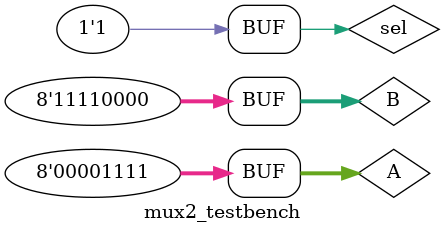
<source format=sv>
module mux2 #(parameter WIDTH=8)(A,B, sel, out); 
    input logic[WIDTH-1:0] A, B; 
    input logic sel;
    output logic[WIDTH-1:0] out; 
    assign out = sel ? B : A; 
endmodule

 module mux2_testbench();
    logic[7:0] A, B; 
    logic sel;
    logic[7:0] out; 

    mux2 #(.WIDTH(8)) dut(.A, .B, .sel, .out); 

    initial begin
        A = 8'h0F; B = 8'hF0; sel = 0; #10; 
        A = 8'h0F; B = 8'hF0; sel = 1; #10; 
    end
 endmodule
</source>
